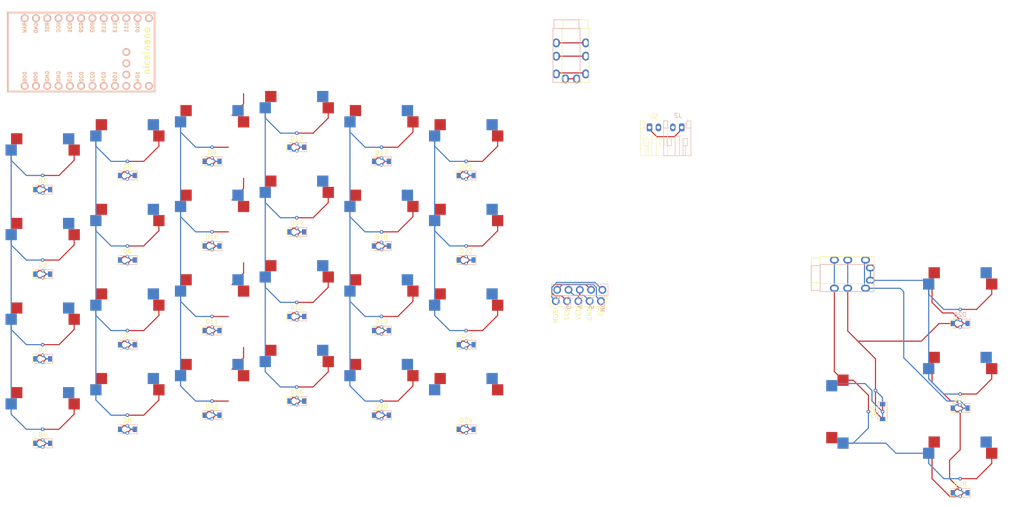
<source format=kicad_pcb>
(kicad_pcb (version 20211014) (generator pcbnew)
  (layers (0 "F.Cu" signal) (31 "B.Cu" signal) (34 "B.Paste" user) (35 "F.Paste" user) (36 "B.SilkS" user "B.Silkscreen") (37 "F.SilkS" user "F.Silkscreen") (38 "B.Mask" user) (39 "F.Mask" user) (44 "Edge.Cuts" user))
  (net 0 "")
  (net 1 "row_0")
  (net 2 "Net-(D1-Pad2)")
  (net 3 "row_1")
  (net 4 "Net-(D2-Pad2)")
  (net 5 "row_2")
  (net 6 "Net-(D3-Pad2)")
  (net 7 "row_3")
  (net 8 "Net-(D4-Pad2)")
  (net 9 "Net-(D5-Pad2)")
  (net 10 "Net-(D6-Pad2)")
  (net 11 "Net-(D7-Pad2)")
  (net 12 "Net-(D8-Pad2)")
  (net 13 "Net-(D9-Pad2)")
  (net 14 "Net-(D10-Pad2)")
  (net 15 "Net-(D11-Pad2)")
  (net 16 "Net-(D12-Pad2)")
  (net 17 "Net-(D13-Pad2)")
  (net 18 "Net-(D14-Pad2)")
  (net 19 "Net-(D15-Pad2)")
  (net 20 "Net-(D16-Pad2)")
  (net 21 "Net-(D17-Pad2)")
  (net 22 "Net-(D18-Pad2)")
  (net 23 "Net-(D19-Pad2)")
  (net 24 "Net-(D20-Pad2)")
  (net 25 "Net-(D21-Pad2)")
  (net 26 "Net-(D22-Pad2)")
  (net 27 "Net-(D23-Pad2)")
  (net 28 "thr_0")
  (net 29 "thr_1")
  (net 30 "Net-(D25-Pad2)")
  (net 31 "Net-(D26-Pad2)")
  (net 32 "Net-(D27-Pad2)")
  (net 33 "Net-(D28-Pad2)")
  (net 34 "col_5")
  (net 35 "col_6")
  (net 36 "col_7")
  (net 37 "thc_6")
  (net 38 "thc_7")
  (net 39 "col_0")
  (net 40 "col_1")
  (net 41 "col_2")
  (net 42 "col_3")
  (net 43 "col_4")
  (net 47 "mosi")
  (net 48 "sck")
  (net 50 "vcc")
  (net 53 "gnd")
  (net 54 "cs")
  (net 55 "bat+")
  (net 56 "Net-(MX24-Pad2)")
  (footprint "MX_Only:MXOnly-1U-Hotswap" (layer "F.Cu") (at 103.98125 97.63125)
    (fp_text reference "MX15")
    (fp_text value "MX-NoLED")
  )
  (footprint "modified_footprints:D_SOD-123_reversible" (layer "F.Cu") (at 253.20625 143.66875)
    (fp_text reference "D28")
    (fp_text value "D_Small")
  )
  (footprint "MX_Only:MXOnly-1U-Hotswap" (layer "F.Cu") (at 65.88125 103.98125)
    (fp_text reference "MX7")
    (fp_text value "MX-NoLED")
  )
  (footprint "modified_footprints:D_SOD-123_reversible" (layer "F.Cu") (at 46.83125 113.50625)
    (fp_text reference "D3")
    (fp_text value "D_Small")
  )
  (footprint "MX_Only:MXOnly-1U-Hotswap" (layer "F.Cu") (at 142.08125 65.88125)
    (fp_text reference "MX21")
    (fp_text value "MX-NoLED")
  )
  (footprint "modified_footprints:D_SOD-123_reversible" (layer "F.Cu") (at 253.20625 124.61875)
    (fp_text reference "D27")
    (fp_text value "D_Small")
  )
  (footprint "modified_footprints:D_SOD-123_reversible" (layer "F.Cu") (at 103.98125 65.88125)
    (fp_text reference "D13")
    (fp_text value "D_Small")
  )
  (footprint "MX_Only:MXOnly-1U-Hotswap" (layer "F.Cu") (at 46.83125 126.20625)
    (fp_text reference "MX4")
    (fp_text value "MX-NoLED")
  )
  (footprint "modified_footprints:D_SOD-123_reversible" (layer "F.Cu") (at 65.88125 91.28125)
    (fp_text reference "D6")
    (fp_text value "D_Small")
  )
  (footprint "modified_footprints:D_SOD-123_reversible" (layer "F.Cu") (at 123.03125 69.05625)
    (fp_text reference "D17")
    (fp_text value "D_Small")
  )
  (footprint "modified_footprints:D_SOD-123_reversible" (layer "F.Cu") (at 103.98125 84.93125)
    (fp_text reference "D14")
    (fp_text value "D_Small")
  )
  (footprint "modified_footprints:D_SOD-123_reversible" (layer "F.Cu") (at 142.08125 129.38125)
    (fp_text reference "D24")
    (fp_text value "D_Small")
  )
  (footprint "modified_footprints:D_SOD-123_reversible" (layer "F.Cu") (at 65.88125 110.33125)
    (fp_text reference "D7")
    (fp_text value "D_Small")
  )
  (footprint "MX_Only:MXOnly-1U-Hotswap" (layer "F.Cu") (at 84.93125 62.70625)
    (fp_text reference "MX9")
    (fp_text value "MX-NoLED")
  )
  (footprint "modified_footprints:D_SOD-123_reversible" (layer "F.Cu") (at 46.83125 75.40625)
    (fp_text reference "D1")
    (fp_text value "D_Small")
  )
  (footprint "modified_footprints:D_SOD-123_reversible" (layer "F.Cu") (at 123.03125 107.15625)
    (fp_text reference "D19")
    (fp_text value "D_Small")
  )
  (footprint "modified_footprints:D_SOD-123_reversible" (layer "F.Cu") (at 123.03125 126.20625)
    (fp_text reference "D20")
    (fp_text value "D_Small")
  )
  (footprint "MX_Only:MXOnly-1U-Hotswap" (layer "F.Cu") (at 123.03125 81.75625)
    (fp_text reference "MX18")
    (fp_text value "MX-NoLED")
  )
  (footprint "Connector_JST:JST_PH_S2B-PH-K_1x02_P2.00mm_Horizontal" (layer "F.Cu") (at 184.22425 64.39875)
    (fp_text reference "J2")
    (fp_text value "Conn_01x02_Male")
  )
  (footprint "MX_Only:MXOnly-2.25U-Hotswap" (layer "F.Cu") (at 229.39375 125.4125 90)
    (fp_text reference "MX25")
    (fp_text value "MX-NoLED")
  )
  (footprint "modified_footprints:D_SOD-123_reversible" (layer "F.Cu") (at 84.93125 107.15625)
    (fp_text reference "D11")
    (fp_text value "D_Small")
  )
  (footprint "MX_Only:MXOnly-1U-Hotswap" (layer "F.Cu") (at 84.93125 81.75625)
    (fp_text reference "MX10")
    (fp_text value "MX-NoLED")
  )
  (footprint "modified_footprints:D_SOD-123_reversible" (layer "F.Cu") (at 142.08125 110.33125)
    (fp_text reference "D23")
    (fp_text value "D_Small")
  )
  (footprint "modified_footprints:D_SOD-123_reversible" (layer "F.Cu") (at 103.98125 103.98125)
    (fp_text reference "D15")
    (fp_text value "D_Small")
  )
  (footprint "modified_footprints:D_SOD-123_reversible" (layer "F.Cu") (at 84.93125 88.10625)
    (fp_text reference "D10")
    (fp_text value "D_Small")
  )
  (footprint "modified_footprints:D_SOD-123_reversible" (layer "F.Cu") (at 103.98125 123.03125)
    (fp_text reference "D16")
    (fp_text value "D_Small")
  )
  (footprint "modified_footprints:nice_view_adapted" (layer "F.Cu") (at 167.46325 84.04)
    (fp_text reference "J1")
    (fp_text value "Conn_01x05_Female" hide)
  )
  (footprint "nice-nano-kicad:nice_nano" (layer "F.Cu") (at 56.7555 44.45)
    (fp_text reference "U1" hide)
    (fp_text value "nice_nano" hide)
  )
  (footprint "MX_Only:MXOnly-1U-Hotswap" (layer "F.Cu") (at 46.83125 107.15625)
    (fp_text reference "MX3")
    (fp_text value "MX-NoLED")
  )
  (footprint "MX_Only:MXOnly-1.5U-Hotswap" (layer "F.Cu") (at 253.20625 99.21875)
    (fp_text reference "MX26")
    (fp_text value "MX-NoLED")
  )
  (footprint "modified_footprints:D_SOD-123_reversible" (layer "F.Cu") (at 46.83125 132.55625)
    (fp_text reference "D4")
    (fp_text value "D_Small")
  )
  (footprint "MX_Only:MXOnly-1U-Hotswap" (layer "F.Cu") (at 103.98125 78.58125)
    (fp_text reference "MX14")
    (fp_text value "MX-NoLED")
  )
  (footprint "MX_Only:MXOnly-1U-Hotswap" (layer "F.Cu") (at 103.98125 59.53125)
    (fp_text reference "MX13")
    (fp_text value "MX-NoLED")
  )
  (footprint "MX_Only:MXOnly-1U-Hotswap" (layer "F.Cu") (at 46.83125 88.10625)
    (fp_text reference "MX2")
    (fp_text value "MX-NoLED")
  )
  (footprint "MX_Only:MXOnly-1U-Hotswap" (layer "F.Cu") (at 123.03125 119.85625)
    (fp_text reference "MX20")
    (fp_text value "MX-NoLED")
  )
  (footprint "MX_Only:MXOnly-1U-Hotswap" (layer "F.Cu") (at 142.08125 123.03125)
    (fp_text reference "MX24")
    (fp_text value "MX-NoLED")
  )
  (footprint "modified_footprints:D_SOD-123_reversible" (layer "F.Cu") (at 142.08125 91.28125)
    (fp_text reference "D22")
    (fp_text value "D_Small")
  )
  (footprint "MX_Only:MXOnly-1U-Hotswap" (layer "F.Cu") (at 65.88125 84.93125)
    (fp_text reference "MX6")
    (fp_text value "MX-NoLED")
  )
  (footprint "Keebio-Parts:TRRS-PJ-320A" (layer "F.Cu") (at 221.86875 93.55325 90)
    (fp_text reference "U3")
    (fp_text value "TRRS")
  )
  (footprint "MX_Only:MXOnly-1U-Hotswap" (layer "F.Cu") (at 123.03125 62.70625)
    (fp_text reference "MX17")
    (fp_text value "MX-NoLED")
  )
  (footprint "MX_Only:MXOnly-1U-Hotswap" (layer "F.Cu") (at 123.03125 100.80625)
    (fp_text reference "MX19")
    (fp_text value "MX-NoLED")
  )
  (footprint "modified_footprints:D_SOD-123_reversible" (layer "F.Cu") (at 84.93125 69.05625)
    (fp_text reference "D9")
    (fp_text value "D_Small")
  )
  (footprint "MX_Only:MXOnly-1U-Hotswap" (layer "F.Cu") (at 84.93125 119.85625)
    (fp_text reference "MX12")
    (fp_text value "MX-NoLED")
  )
  (footprint "Keebio-Parts:TRRS-PJ-320A" (layer "F.Cu") (at 166.6875 39.3375)
    (fp_text reference "U2")
    (fp_text value "TRRS")
  )
  (footprint "MX_Only:MXOnly-1U-Hotswap" (layer "F.Cu") (at 65.88125 65.88125)
    (fp_text reference "MX5")
    (fp_text value "MX-NoLED")
  )
  (footprint "modified_footprints:D_SOD-123_reversible" (layer "F.Cu") (at 65.88125 129.38125)
    (fp_text reference "D8")
    (fp_text value "D_Small")
  )
  (footprint "MX_Only:MXOnly-1.5U-Hotswap" (layer "F.Cu") (at 253.20625 118.26875)
    (fp_text reference "MX27")
    (fp_text value "MX-NoLED")
  )
  (footprint "modified_footprints:D_SOD-123_reversible" (layer "F.Cu") (at 65.88125 72.23125)
    (fp_text reference "D5")
    (fp_text value "D_Small")
  )
  (footprint "modified_footprints:D_SOD-123_reversible" (layer "F.Cu") (at 46.83125 94.45625)
    (fp_text reference "D2")
    (fp_text value "D_Small")
  )
  (footprint "MX_Only:MXOnly-1.5U-Hotswap" (layer "F.Cu") (at 253.20625 137.31875)
    (fp_text reference "MX28")
    (fp_text value "MX-NoLED")
  )
  (footprint "MX_Only:MXOnly-1U-Hotswap" (layer "F.Cu") (at 142.08125 103.98125)
    (fp_text reference "MX23")
    (fp_text value "MX-NoLED")
  )
  (footprint "modified_footprints:D_SOD-123_reversible" (layer "F.Cu") (at 235.74375 125.4125 90)
    (fp_text reference "D25")
    (fp_text value "D_Small")
  )
  (footprint "MX_Only:MXOnly-1U-Hotswap" (layer "F.Cu") (at 46.83125 69.05625)
    (fp_text reference "MX1")
    (fp_text value "MX-NoLED")
  )
  (footprint "modified_footprints:D_SOD-123_reversible" (layer "F.Cu") (at 142.08125 72.23125)
    (fp_text reference "D21")
    (fp_text value "D_Small")
  )
  (footprint "MX_Only:MXOnly-1U-Hotswap" (layer "F.Cu") (at 84.93125 100.80625)
    (fp_text reference "MX11")
    (fp_text value "MX-NoLED")
  )
  (footprint "MX_Only:MXOnly-1U-Hotswap" (layer "F.Cu") (at 142.08125 84.93125)
    (fp_text reference "MX22")
    (fp_text value "MX-NoLED")
  )
  (footprint "MX_Only:MXOnly-1U-Hotswap" (layer "F.Cu") (at 103.98125 116.68125)
    (fp_text reference "MX16")
    (fp_text value "MX-NoLED")
  )
  (footprint "modified_footprints:D_SOD-123_reversible" (layer "F.Cu") (at 84.93125 126.20625)
    (fp_text reference "D12")
    (fp_text value "D_Small")
  )
  (footprint "modified_footprints:D_SOD-123_reversible" (layer "F.Cu") (at 123.03125 88.10625)
    (fp_text reference "D18")
    (fp_text value "D_Small")
  )
  (footprint "MX_Only:MXOnly-1U-Hotswap" (layer "F.Cu") (at 65.88125 123.03125)
    (fp_text reference "MX8")
    (fp_text value "MX-NoLED")
  )
  (footprint "MX_Only:MXOnly-1U-Hotswap" (layer "B.Cu") (at 142.08125 84.93125 180)
    (fp_text reference "MX22")
    (fp_text value "MX-NoLED")
  )
  (footprint "MX_Only:MXOnly-1U-Hotswap" (layer "B.Cu") (at 65.88125 84.93125 180)
    (fp_text reference "MX6")
    (fp_text value "MX-NoLED")
  )
  (footprint "MX_Only:MXOnly-1U-Hotswap" (layer "B.Cu") (at 65.88125 103.98125 180)
    (fp_text reference "MX7")
    (fp_text value "MX-NoLED")
  )
  (footprint "MX_Only:MXOnly-1U-Hotswap" (layer "B.Cu") (at 46.83125 88.10625 180)
    (fp_text reference "MX2")
    (fp_text value "MX-NoLED")
  )
  (footprint "MX_Only:MXOnly-1U-Hotswap" (layer "B.Cu") (at 84.93125 81.75625 180)
    (fp_text reference "MX10")
    (fp_text value "MX-NoLED")
  )
  (footprint "MX_Only:MXOnly-1U-Hotswap" (layer "B.Cu") (at 46.83125 69.05625 180)
    (fp_text reference "MX1")
    (fp_text value "MX-NoLED")
  )
  (footprint "MX_Only:MXOnly-1U-Hotswap" (layer "B.Cu") (at 103.98125 116.68125 180)
    (fp_text reference "MX16")
    (fp_text value "MX-NoLED")
  )
  (footprint "MX_Only:MXOnly-1U-Hotswap" (layer "B.Cu") (at 142.08125 103.98125 180)
    (fp_text reference "MX23")
    (fp_text value "MX-NoLED")
  )
  (footprint "MX_Only:MXOnly-1U-Hotswap" (layer "B.Cu") (at 123.03125 100.80625 180)
    (fp_text reference "MX19")
    (fp_text value "MX-NoLED")
  )
  (footprint "MX_Only:MXOnly-1U-Hotswap" (layer "B.Cu") (at 103.98125 59.53125 180)
    (fp_text reference "MX13")
    (fp_text value "MX-NoLED")
  )
  (footprint "MX_Only:MXOnly-1U-Hotswap" (layer "B.Cu") (at 84.93125 100.80625 180)
    (fp_text reference "MX11")
    (fp_text value "MX-NoLED")
  )
  (footprint "MX_Only:MXOnly-1U-Hotswap" (layer "B.Cu") (at 46.83125 107.15625 180)
    (fp_text reference "MX3")
    (fp_text value "MX-NoLED")
  )
  (footprint "MX_Only:MXOnly-1U-Hotswap" (layer "B.Cu") (at 65.88125 65.88125 180)
    (fp_text reference "MX5")
    (fp_text value "MX-NoLED")
  )
  (footprint "MX_Only:MXOnly-1U-Hotswap" (layer "B.Cu") (at 103.98125 78.58125 180)
    (fp_text reference "MX14")
    (fp_text value "MX-NoLED")
  )
  (footprint "MX_Only:MXOnly-1U-Hotswap" (layer "B.Cu") (at 123.03125 81.75625 180)
    (fp_text reference "MX18")
    (fp_text value "MX-NoLED")
  )
  (footprint "MX_Only:MXOnly-1U-Hotswap" (layer "B.Cu") (at 84.93125 119.85625 180)
    (fp_text reference "MX12")
    (fp_text value "MX-NoLED")
  )
  (footprint "MX_Only:MXOnly-1U-Hotswap" (layer "B.Cu") (at 46.83125 126.20625 180)
    (fp_text reference "MX4")
    (fp_text value "MX-NoLED")
  )
  (footprint "MX_Only:MXOnly-1U-Hotswap" (layer "B.Cu") (at 65.88125 123.03125 180)
    (fp_text reference "MX8")
    (fp_text value "MX-NoLED")
  )
  (footprint "MX_Only:MXOnly-1U-Hotswap" (layer "B.Cu") (at 123.03125 119.85625 180)
    (fp_text reference "MX20")
    (fp_text value "MX-NoLED")
  )
  (footprint "MX_Only:MXOnly-1U-Hotswap" (layer "B.Cu") (at 84.93125 62.70625 180)
    (fp_text reference "MX9")
    (fp_text value "MX-NoLED")
  )
  (footprint "MX_Only:MXOnly-1U-Hotswap" (layer "B.Cu") (at 142.08125 65.88125 180)
    (fp_text reference "MX21")
    (fp_text value "MX-NoLED")
  )
  (footprint "modified_footprints:D_SOD-123_reversible" (layer "B.Cu") (at 253.20625 105.56875 180)
    (fp_text reference "D26")
    (fp_text value "D_Small")
  )
  (footprint "MX_Only:MXOnly-1U-Hotswap" (layer "B.Cu") (at 123.03125 62.70625 180)
    (fp_text reference "MX17")
    (fp_text value "MX-NoLED")
  )
  (footprint "MX_Only:MXOnly-1U-Hotswap" (layer "B.Cu") (at 103.98125 97.63125 180)
    (fp_text reference "MX15")
    (fp_text value "MX-NoLED")
  )
  (gr_text "J2\n" (at 189.70625 58.7375) (layer "B.SilkS") (effects (font (size 1 1)) (justify mirror)))
  (segment (start 123.03125 68.2625) (end 122.175 68.2625) (width 0.25) (layer "F.Cu") (net 1))
  (segment (start 84.93125 68.2625) (end 84.075 68.2625) (width 0.25) (layer "F.Cu") (net 1))
  (segment (start 65.025 71.4375) (end 64.23125 72.23125) (width 0.25) (layer "F.Cu") (net 1))
  (segment (start 142.08125 71.4375) (end 141.225 71.4375) (width 0.25) (layer "F.Cu") (net 1))
  (segment (start 84.075 68.2625) (end 83.28125 69.05625) (width 0.25) (layer "F.Cu") (net 1))
  (segment (start 141.225 71.4375) (end 140.43125 72.23125) (width 0.25) (layer "F.Cu") (net 1))
  (segment (start 46.83125 74.6125) (end 45.975 74.6125) (width 0.25) (layer "F.Cu") (net 1))
  (segment (start 65.88125 71.4375) (end 65.025 71.4375) (width 0.25) (layer "F.Cu") (net 1))
  (segment (start 103.98125 65.0875) (end 103.125 65.0875) (width 0.25) (layer "F.Cu") (net 1))
  (segment (start 122.175 68.2625) (end 121.38125 69.05625) (width 0.25) (layer "F.Cu") (net 1))
  (segment (start 45.975 74.6125) (end 45.18125 75.40625) (width 0.25) (layer "F.Cu") (net 1))
  (segment (start 103.125 65.0875) (end 102.33125 65.88125) (width 0.25) (layer "F.Cu") (net 1))
  (segment (start 162.3535 45.3755) (end 168.9855 45.3755) (width 0.25) (layer "F.Cu") (net 1))
  (via (at 65.88125 71.4375) (size 0.8) (drill 0.4) (layers "F.Cu" "B.Cu") (net 1))
  (via (at 103.98125 65.0875) (size 0.8) (drill 0.4) (layers "F.Cu" "B.Cu") (net 1))
  (via (at 84.93125 68.2625) (size 0.8) (drill 0.4) (layers "F.Cu" "B.Cu") (net 1))
  (via (at 46.83125 74.6125) (size 0.8) (drill 0.4) (layers "F.Cu" "B.Cu") (net 1))
  (via (at 123.03125 68.2625) (size 0.8) (drill 0.4) (layers "F.Cu" "B.Cu") (net 1))
  (via (at 142.08125 71.4375) (size 0.8) (drill 0.4) (layers "F.Cu" "B.Cu") (net 1))
  (segment (start 142.875 72.23125) (end 142.08125 71.4375) (width 0.25) (layer "B.Cu") (net 1))
  (segment (start 67.53125 72.23125) (end 66.675 72.23125) (width 0.25) (layer "B.Cu") (net 1))
  (segment (start 86.58125 69.05625) (end 85.725 69.05625) (width 0.25) (layer "B.Cu") (net 1))
  (segment (start 47.625 75.40625) (end 46.83125 74.6125) (width 0.25) (layer "B.Cu") (net 1))
  (segment (start 124.68125 69.05625) (end 123.825 69.05625) (width 0.25) (layer "B.Cu") (net 1))
  (segment (start 143.73125 72.23125) (end 142.875 72.23125) (width 0.25) (layer "B.Cu") (net 1))
  (segment (start 66.675 72.23125) (end 65.88125 71.4375) (width 0.25) (layer "B.Cu") (net 1))
  (segment (start 105.63125 65.88125) (end 104.775 65.88125) (width 0.25) (layer "B.Cu") (net 1))
  (segment (start 104.775 65.88125) (end 103.98125 65.0875) (width 0.25) (layer "B.Cu") (net 1))
  (segment (start 85.725 69.05625) (end 84.93125 68.2625) (width 0.25) (layer "B.Cu") (net 1))
  (segment (start 123.825 69.05625) (end 123.03125 68.2625) (width 0.25) (layer "B.Cu") (net 1))
  (segment (start 48.48125 75.40625) (end 47.625 75.40625) (width 0.25) (layer "B.Cu") (net 1))
  (segment (start 48.48125 75.40625) (end 47.625 75.40625) (width 0.25) (layer "F.Cu") (net 2))
  (segment (start 47.625 75.40625) (end 46.83125 76.2) (width 0.25) (layer "F.Cu") (net 2))
  (via (at 46.83125 76.2) (size 0.8) (drill 0.4) (layers "F.Cu" "B.Cu") (net 2))
  (segment (start 45.975 76.2) (end 45.18125 75.40625) (width 0.25) (layer "B.Cu") (net 2))
  (segment (start 46.83125 76.2) (end 45.975 76.2) (width 0.25) (layer "B.Cu") (net 2))
  (segment (start 46.83125 93.6625) (end 45.975 93.6625) (width 0.25) (layer "F.Cu") (net 3))
  (segment (start 142.08125 90.4875) (end 141.225 90.4875) (width 0.25) (layer "F.Cu") (net 3))
  (segment (start 162.57802 49.15098) (end 168.76098 49.15098) (width 0.25) (layer "F.Cu") (net 3))
  (segment (start 168.76098 49.15098) (end 168.9855 49.3755) (width 0.25) (layer "F.Cu") (net 3))
  (segment (start 103.98125 84.1375) (end 103.125 84.1375) (width 0.25) (layer "F.Cu") (net 3))
  (segment (start 103.125 84.1375) (end 102.33125 84.93125) (width 0.25) (layer "F.Cu") (net 3))
  (segment (start 84.93125 87.3125) (end 84.075 87.3125) (width 0.25) (layer "F.Cu") (net 3))
  (segment (start 65.025 90.4875) (end 64.23125 91.28125) (width 0.25) (layer "F.Cu") (net 3))
  (segment (start 141.225 90.4875) (end 140.43125 91.28125) (width 0.25) (layer "F.Cu") (net 3))
  (segment (start 84.075 87.3125) (end 83.28125 88.10625) (width 0.25) (layer "F.Cu") (net 3))
  (segment (start 122.175 87.3125) (end 121.38125 88.10625) (width 0.25) (layer "F.Cu") (net 3))
  (segment (start 45.975 93.6625) (end 45.18125 94.45625) (width 0.25) (layer "F.Cu") (net 3))
  (segment (start 123.03125 87.3125) (end 122.175 87.3125) (width 0.25) (layer "F.Cu") (net 3))
  (segment (start 162.3535 49.3755) (end 162.57802 49.15098) (width 0.25) (layer "F.Cu") (net 3))
  (segment (start 65.88125 90.4875) (end 65.025 90.4875) (width 0.25) (layer "F.Cu") (net 3))
  (via (at 142.08125 90.4875) (size 0.8) (drill 0.4) (layers "F.Cu" "B.Cu") (net 3))
  (via (at 103.98125 84.1375) (size 0.8) (drill 0.4) (layers "F.Cu" "B.Cu") (net 3))
  (via (at 84.93125 87.3125) (size 0.8) (drill 0.4) (layers "F.Cu" "B.Cu") (net 3))
  (via (at 46.83125 93.6625) (size 0.8) (drill 0.4) (layers "F.Cu" "B.Cu") (net 3))
  (via (at 123.03125 87.3125) (size 0.8) (drill 0.4) (layers "F.Cu" "B.Cu") (net 3))
  (via (at 65.88125 90.4875) (size 0.8) (drill 0.4) (layers "F.Cu" "B.Cu") (net 3))
  (segment (start 105.63125 84.93125) (end 104.775 84.93125) (width 0.25) (layer "B.Cu") (net 3))
  (segment (start 66.675 91.28125) (end 65.88125 90.4875) (width 0.25) (layer "B.Cu") (net 3))
  (segment (start 142.875 91.28125) (end 142.08125 90.4875) (width 0.25) (layer "B.Cu") (net 3))
  (segment (start 48.48125 94.45625) (end 47.625 94.45625) (width 0.25) (layer "B.Cu") (net 3))
  (segment (start 86.58125 88.10625) (end 85.725 88.10625) (width 0.25) (layer "B.Cu") (net 3))
  (segment (start 104.775 84.93125) (end 103.98125 84.1375) (width 0.25) (layer "B.Cu") (net 3))
  (segment (start 124.68125 88.10625) (end 123.825 88.10625) (width 0.25) (layer "B.Cu") (net 3))
  (segment (start 67.53125 91.28125) (end 66.675 91.28125) (width 0.25) (layer "B.Cu") (net 3))
  (segment (start 47.625 94.45625) (end 46.83125 93.6625) (width 0.25) (layer "B.Cu") (net 3))
  (segment (start 143.73125 91.28125) (end 142.875 91.28125) (width 0.25) (layer "B.Cu") (net 3))
  (segment (start 85.725 88.10625) (end 84.93125 87.3125) (width 0.25) (layer "B.Cu") (net 3))
  (segment (start 123.825 88.10625) (end 123.03125 87.3125) (width 0.25) (layer "B.Cu") (net 3))
  (segment (start 48.48125 94.45625) (end 47.625 94.45625) (width 0.25) (layer "F.Cu") (net 4))
  (segment (start 47.625 94.45625) (end 46.83125 95.25) (width 0.25) (layer "F.Cu") (net 4))
  (via (at 46.83125 95.25) (size 0.8) (drill 0.4) (layers "F.Cu" "B.Cu") (net 4))
  (segment (start 45.975 95.25) (end 45.18125 94.45625) (width 0.25) (layer "B.Cu") (net 4))
  (segment (start 46.83125 95.25) (end 45.975 95.25) (width 0.25) (layer "B.Cu") (net 4))
  (segment (start 142.08125 109.5375) (end 141.225 109.5375) (width 0.25) (layer "F.Cu") (net 5))
  (segment (start 103.125 103.1875) (end 102.33125 103.98125) (width 0.25) (layer "F.Cu") (net 5))
  (segment (start 84.93125 106.3625) (end 84.075 106.3625) (width 0.25) (layer "F.Cu") (net 5))
  (segment (start 84.075 106.3625) (end 83.28125 107.15625) (width 0.25) (layer "F.Cu") (net 5))
  (segment (start 122.175 106.3625) (end 121.38125 107.15625) (width 0.25) (layer "F.Cu") (net 5))
  (segment (start 46.83125 112.7125) (end 45.975 112.7125) (width 0.25) (layer "F.Cu") (net 5))
  (segment (start 45.975 112.7125) (end 45.18125 113.50625) (width 0.25) (layer "F.Cu") (net 5))
  (segment (start 65.025 109.5375) (end 64.23125 110.33125) (width 0.25) (layer "F.Cu") (net 5))
  (segment (start 123.03125 106.3625) (end 122.175 106.3625) (width 0.25) (layer "F.Cu") (net 5))
  (segment (start 103.98125 103.1875) (end 103.125 103.1875) (width 0.25) (layer "F.Cu") (net 5))
  (segment (start 141.225 109.5375) (end 140.43125 110.33125) (width 0.25) (layer "F.Cu") (net 5))
  (segment (start 65.88125 109.5375) (end 65.025 109.5375) (width 0.25) (layer "F.Cu") (net 5))
  (via (at 65.88125 109.5375) (size 0.8) (drill 0.4) (layers "F.Cu" "B.Cu") (net 5))
  (via (at 103.98125 103.1875) (size 0.8) (drill 0.4) (layers "F.Cu" "B.Cu") (net 5))
  (via (at 142.08125 109.5375) (size 0.8) (drill 0.4) (layers "F.Cu" "B.Cu") (net 5))
  (via (at 46.83125 112.7125) (size 0.8) (drill 0.4) (layers "F.Cu" "B.Cu") (net 5))
  (via (at 123.03125 106.3625) (size 0.8) (drill 0.4) (layers "F.Cu" "B.Cu") (net 5))
  (via (at 84.93125 106.3625) (size 0.8) (drill 0.4) (layers "F.Cu" "B.Cu") (net 5))
  (segment (start 142.875 110.33125) (end 142.08125 109.5375) (width 0.25) (layer "B.Cu") (net 5))
  (segment (start 123.825 107.15625) (end 123.03125 106.3625) (width 0.25) (layer "B.Cu") (net 5))
  (segment (start 67.53125 110.33125) (end 66.675 110.33125) (width 0.25) (layer "B.Cu") (net 5))
  (segment (start 143.73125 110.33125) (end 142.875 110.33125) (width 0.25) (layer "B.Cu") (net 5))
  (segment (start 66.675 110.33125) (end 65.88125 109.5375) (width 0.25) (layer "B.Cu") (net 5))
  (segment (start 48.48125 113.50625) (end 47.625 113.50625) (width 0.25) (layer "B.Cu") (net 5))
  (segment (start 124.68125 107.15625) (end 123.825 107.15625) (width 0.25) (layer "B.Cu") (net 5))
  (segment (start 47.625 113.50625) (end 46.83125 112.7125) (width 0.25) (layer "B.Cu") (net 5))
  (segment (start 86.58125 107.15625) (end 85.725 107.15625) (width 0.25) (layer "B.Cu") (net 5))
  (segment (start 105.63125 103.98125) (end 104.775 103.98125) (width 0.25) (layer "B.Cu") (net 5))
  (segment (start 85.725 107.15625) (end 84.93125 106.3625) (width 0.25) (layer "B.Cu") (net 5))
  (segment (start 104.775 103.98125) (end 103.98125 103.1875) (width 0.25) (layer "B.Cu") (net 5))
  (segment (start 47.625 113.50625) (end 46.83125 114.3) (width 0.25) (layer "F.Cu") (net 6))
  (segment (start 48.48125 113.50625) (end 47.625 113.50625) (width 0.25) (layer "F.Cu") (net 6))
  (via (at 46.83125 114.3) (size 0.8) (drill 0.4) (layers "F.Cu" "B.Cu") (net 6))
  (segment (start 46.83125 114.3) (end 45.975 114.3) (width 0.25) (layer "B.Cu") (net 6))
  (segment (start 45.975 114.3) (end 45.18125 113.50625) (width 0.25) (layer "B.Cu") (net 6))
  (segment (start 45.975 131.7625) (end 45.18125 132.55625) (width 0.25) (layer "F.Cu") (net 7))
  (segment (start 65.88125 128.5875) (end 65.025 128.5875) (width 0.25) (layer "F.Cu") (net 7))
  (segment (start 141.225 130.175) (end 140.43125 129.38125) (width 0.25) (layer "F.Cu") (net 7))
  (segment (start 65.025 128.5875) (end 64.23125 129.38125) (width 0.25) (layer "F.Cu") (net 7))
  (segment (start 123.03125 125.4125) (end 122.175 125.4125) (width 0.25) (layer "F.Cu") (net 7))
  (segment (start 46.83125 131.7625) (end 45.975 131.7625) (width 0.25) (layer "F.Cu") (net 7))
  (segment (start 142.08125 130.175) (end 141.225 130.175) (width 0.25) (layer "F.Cu") (net 7))
  (segment (start 84.93125 125.4125) (end 84.075 125.4125) (width 0.25) (layer "F.Cu") (net 7))
  (segment (start 84.075 125.4125) (end 83.28125 126.20625) (width 0.25) (layer "F.Cu") (net 7))
  (segment (start 103.125 122.2375) (end 102.33125 123.03125) (width 0.25) (layer "F.Cu") (net 7))
  (segment (start 103.98125 122.2375) (end 103.125 122.2375) (width 0.25) (layer "F.Cu") (net 7))
  (segment (start 122.175 125.4125) (end 121.38125 126.20625) (width 0.25) (layer "F.Cu") (net 7))
  (via (at 123.03125 125.4125) (size 0.8) (drill 0.4) (layers "F.Cu" "B.Cu") (net 7))
  (via (at 46.83125 131.7625) (size 0.8) (drill 0.4) (layers "F.Cu" "B.Cu") (net 7))
  (via (at 142.08125 130.175) (size 0.8) (drill 0.4) (layers "F.Cu" "B.Cu") (net 7))
  (via (at 84.93125 125.4125) (size 0.8) (drill 0.4) (layers "F.Cu" "B.Cu") (net 7))
  (via (at 103.98125 122.2375) (size 0.8) (drill 0.4) (layers "F.Cu" "B.Cu") (net 7))
  (via (at 65.88125 128.5875) (size 0.8) (drill 0.4) (layers "F.Cu" "B.Cu") (net 7))
  (segment (start 105.63125 123.03125) (end 104.775 123.03125) (width 0.25) (layer "B.Cu") (net 7))
  (segment (start 142.875 129.38125) (end 142.08125 130.175) (width 0.25) (layer "B.Cu") (net 7))
  (segment (start 48.48125 132.55625) (end 47.625 132.55625) (width 0.25) (layer "B.Cu") (net 7))
  (segment (start 85.725 126.20625) (end 84.93125 125.4125) (width 0.25) (layer "B.Cu") (net 7))
  (segment (start 104.775 123.03125) (end 103.98125 122.2375) (width 0.25) (layer "B.Cu") (net 7))
  (segment (start 124.68125 126.20625) (end 123.825 126.20625) (width 0.25) (layer "B.Cu") (net 7))
  (segment (start 66.675 129.38125) (end 65.88125 128.5875) (width 0.25) (layer "B.Cu") (net 7))
  (segment (start 67.53125 129.38125) (end 66.675 129.38125) (width 0.25) (layer "B.Cu") (net 7))
  (segment (start 123.825 126.20625) (end 123.03125 125.4125) (width 0.25) (layer "B.Cu") (net 7))
  (segment (start 86.58125 126.20625) (end 85.725 126.20625) (width 0.25) (layer "B.Cu") (net 7))
  (segment (start 143.73125 129.38125) (end 142.875 129.38125) (width 0.25) (layer "B.Cu") (net 7))
  (segment (start 47.625 132.55625) (end 46.83125 131.7625) (width 0.25) (layer "B.Cu") (net 7))
  (segment (start 47.625 132.55625) (end 46.83125 133.35) (width 0.25) (layer "F.Cu") (net 8))
  (segment (start 48.48125 132.55625) (end 47.625 132.55625) (width 0.25) (layer "F.Cu") (net 8))
  (via (at 46.83125 133.35) (size 0.8) (drill 0.4) (layers "F.Cu" "B.Cu") (net 8))
  (segment (start 46.83125 133.35) (end 45.975 133.35) (width 0.25) (layer "B.Cu") (net 8))
  (segment (start 45.975 133.35) (end 45.18125 132.55625) (width 0.25) (layer "B.Cu") (net 8))
  (segment (start 67.53125 72.23125) (end 66.675 72.23125) (width 0.25) (layer "F.Cu") (net 9))
  (segment (start 66.675 72.23125) (end 65.88125 73.025) (width 0.25) (layer "F.Cu") (net 9))
  (via (at 65.88125 73.025) (size 0.8) (drill 0.4) (layers "F.Cu" "B.Cu") (net 9))
  (segment (start 65.88125 73.025) (end 65.025 73.025) (width 0.25) (layer "B.Cu") (net 9))
  (segment (start 65.025 73.025) (end 64.23125 72.23125) (width 0.25) (layer "B.Cu") (net 9))
  (segment (start 66.675 91.28125) (end 65.88125 92.075) (width 0.25) (layer "F.Cu") (net 10))
  (segment (start 67.53125 91.28125) (end 66.675 91.28125) (width 0.25) (layer "F.Cu") (net 10))
  (via (at 65.88125 92.075) (size 0.8) (drill 0.4) (layers "F.Cu" "B.Cu") (net 10))
  (segment (start 65.88125 92.075) (end 65.025 92.075) (width 0.25) (layer "B.Cu") (net 10))
  (segment (start 65.025 92.075) (end 64.23125 91.28125) (width 0.25) (layer "B.Cu") (net 10))
  (segment (start 67.53125 110.33125) (end 66.675 110.33125) (width 0.25) (layer "F.Cu") (net 11))
  (segment (start 66.675 110.33125) (end 65.88125 111.125) (width 0.25) (layer "F.Cu") (net 11))
  (via (at 65.88125 111.125) (size 0.8) (drill 0.4) (layers "F.Cu" "B.Cu") (net 11))
  (segment (start 65.88125 111.125) (end 65.025 111.125) (width 0.25) (layer "B.Cu") (net 11))
  (segment (start 65.025 111.125) (end 64.23125 110.33125) (width 0.25) (layer "B.Cu") (net 11))
  (segment (start 67.53125 129.38125) (end 66.675 129.38125) (width 0.25) (layer "F.Cu") (net 12))
  (segment (start 66.675 129.38125) (end 65.88125 130.175) (width 0.25) (layer "F.Cu") (net 12))
  (via (at 65.88125 130.175) (size 0.8) (drill 0.4) (layers "F.Cu" "B.Cu") (net 12))
  (segment (start 65.025 130.175) (end 64.23125 129.38125) (width 0.25) (layer "B.Cu") (net 12))
  (segment (start 65.88125 130.175) (end 65.025 130.175) (width 0.25) (layer "B.Cu") (net 12))
  (segment (start 85.725 69.05625) (end 84.93125 69.85) (width 0.25) (layer "F.Cu") (net 13))
  (segment (start 86.58125 69.05625) (end 85.725 69.05625) (width 0.25) (layer "F.Cu") (net 13))
  (via (at 84.93125 69.85) (size 0.8) (drill 0.4) (layers "F.Cu" "B.Cu") (net 13))
  (segment (start 84.93125 69.85) (end 84.075 69.85) (width 0.25) (layer "B.Cu") (net 13))
  (segment (start 84.075 69.85) (end 83.28125 69.05625) (width 0.25) (layer "B.Cu") (net 13))
  (segment (start 85.725 88.10625) (end 84.93125 88.9) (width 0.25) (layer "F.Cu") (net 14))
  (segment (start 86.58125 88.10625) (end 85.725 88.10625) (width 0.25) (layer "F.Cu") (net 14))
  (via (at 84.93125 88.9) (size 0.8) (drill 0.4) (layers "F.Cu" "B.Cu") (net 14))
  (segment (start 84.93125 88.9) (end 84.075 88.9) (width 0.25) (layer "B.Cu") (net 14))
  (segment (start 84.075 88.9) (end 83.28125 88.10625) (width 0.25) (layer "B.Cu") (net 14))
  (segment (start 85.725 107.15625) (end 84.93125 107.95) (width 0.25) (layer "F.Cu") (net 15))
  (segment (start 86.58125 107.15625) (end 85.725 107.15625) (width 0.25) (layer "F.Cu") (net 15))
  (via (at 84.93125 107.95) (size 0.8) (drill 0.4) (layers "F.Cu" "B.Cu") (net 15))
  (segment (start 84.93125 107.95) (end 84.075 107.95) (width 0.25) (layer "B.Cu") (net 15))
  (segment (start 84.075 107.95) (end 83.28125 107.15625) (width 0.25) (layer "B.Cu") (net 15))
  (segment (start 85.725 126.20625) (end 84.93125 127) (width 0.25) (layer "F.Cu") (net 16))
  (segment (start 86.58125 126.20625) (end 85.725 126.20625) (width 0.25) (layer "F.Cu") (net 16))
  (via (at 84.93125 127) (size 0.8) (drill 0.4) (layers "F.Cu" "B.Cu") (net 16))
  (segment (start 84.93125 127) (end 84.075 127) (width 0.25) (layer "B.Cu") (net 16))
  (segment (start 84.075 127) (end 83.28125 126.20625) (width 0.25) (layer "B.Cu") (net 16))
  (segment (start 104.775 65.88125) (end 103.98125 66.675) (width 0.25) (layer "F.Cu") (net 17))
  (segment (start 105.63125 65.88125) (end 104.775 65.88125) (width 0.25) (layer "F.Cu") (net 17))
  (via (at 103.98125 66.675) (size 0.8) (drill 0.4) (layers "F.Cu" "B.Cu") (net 17))
  (segment (start 103.125 66.675) (end 102.33125 65.88125) (width 0.25) (layer "B.Cu") (net 17))
  (segment (start 103.98125 66.675) (end 103.125 66.675) (width 0.25) (layer "B.Cu") (net 17))
  (segment (start 104.775 84.93125) (end 103.98125 85.725) (width 0.25) (layer "F.Cu") (net 18))
  (segment (start 105.63125 84.93125) (end 104.775 84.93125) (width 0.25) (layer "F.Cu") (net 18))
  (via (at 103.98125 85.725) (size 0.8) (drill 0.4) (layers "F.Cu" "B.Cu") (net 18))
  (segment (start 103.98125 85.725) (end 103.125 85.725) (width 0.25) (layer "B.Cu") (net 18))
  (segment (start 103.125 85.725) (end 102.33125 84.93125) (width 0.25) (layer "B.Cu") (net 18))
  (segment (start 104.775 103.98125) (end 103.98125 104.775) (width 0.25) (layer "F.Cu") (net 19))
  (segment (start 105.63125 103.98125) (end 104.775 103.98125) (width 0.25) (layer "F.Cu") (net 19))
  (via (at 103.98125 104.775) (size 0.8) (drill 0.4) (layers "F.Cu" "B.Cu") (net 19))
  (segment (start 103.98125 104.775) (end 103.125 104.775) (width 0.25) (layer "B.Cu") (net 19))
  (segment (start 103.125 104.775) (end 102.33125 103.98125) (width 0.25) (layer "B.Cu") (net 19))
  (segment (start 105.63125 123.03125) (end 104.775 123.03125) (width 0.25) (layer "F.Cu") (net 20))
  (segment (start 104.775 123.03125) (end 103.98125 123.825) (width 0.25) (layer "F.Cu") (net 20))
  (via (at 103.98125 123.825) (size 0.8) (drill 0.4) (layers "F.Cu" "B.Cu") (net 20))
  (segment (start 103.98125 123.825) (end 103.125 123.825) (width 0.25) (layer "B.Cu") (net 20))
  (segment (start 103.125 123.825) (end 102.33125 123.03125) (width 0.25) (layer "B.Cu") (net 20))
  (segment (start 124.68125 69.05625) (end 123.825 69.05625) (width 0.25) (layer "F.Cu") (net 21))
  (segment (start 123.825 69.05625) (end 123.03125 69.85) (width 0.25) (layer "F.Cu") (net 21))
  (via (at 123.03125 69.85) (size 0.8) (drill 0.4) (layers "F.Cu" "B.Cu") (net 21))
  (segment (start 122.175 69.85) (end 121.38125 69.05625) (width 0.25) (layer "B.Cu") (net 21))
  (segment (start 123.03125 69.85) (end 122.175 69.85) (width 0.25) (layer "B.Cu") (net 21))
  (segment (start 124.68125 88.10625) (end 123.825 88.10625) (width 0.25) (layer "F.Cu") (net 22))
  (segment (start 123.825 88.10625) (end 123.03125 88.9) (width 0.25) (layer "F.Cu") (net 22))
  (via (at 123.03125 88.9) (size 0.8) (drill 0.4) (layers "F.Cu" "B.Cu") (net 22))
  (segment (start 122.175 88.9) (end 121.38125 88.10625) (width 0.25) (layer "B.Cu") (net 22))
  (segment (start 123.03125 88.9) (end 122.175 88.9) (width 0.25) (layer "B.Cu") (net 22))
  (segment (start 124.68125 107.15625) (end 123.825 107.15625) (width 0.25) (layer "F.Cu") (net 23))
  (segment (start 123.825 107.15625) (end 123.03125 107.95) (width 0.25) (layer "F.Cu") (net 23))
  (via (at 123.03125 107.95) (size 0.8) (drill 0.4) (layers "F.Cu" "B.Cu") (net 23))
  (segment (start 122.175 107.95) (end 121.38125 107.15625) (width 0.25) (layer "B.Cu") (net 23))
  (segment (start 123.03125 107.95) (end 122.175 107.95) (width 0.25) (layer "B.Cu") (net 23))
  (segment (start 123.825 126.20625) (end 123.03125 127) (width 0.25) (layer "F.Cu") (net 24))
  (segment (start 124.68125 126.20625) (end 123.825 126.20625) (width 0.25) (layer "F.Cu") (net 24))
  (via (at 123.03125 127) (size 0.8) (drill 0.4) (layers "F.Cu" "B.Cu") (net 24))
  (segment (start 122.175 127) (end 121.38125 126.20625) (width 0.25) (layer "B.Cu") (net 24))
  (segment (start 123.03125 127) (end 122.175 127) (width 0.25) (layer "B.Cu") (net 24))
  (segment (start 142.875 72.23125) (end 142.08125 73.025) (width 0.25) (layer "F.Cu") (net 25))
  (segment (start 143.73125 72.23125) (end 142.875 72.23125) (width 0.25) (layer "F.Cu") (net 25))
  (via (at 142.08125 73.025) (size 0.8) (drill 0.4) (layers "F.Cu" "B.Cu") (net 25))
  (segment (start 141.225 73.025) (end 140.43125 72.23125) (width 0.25) (layer "B.Cu") (net 25))
  (segment (start 142.08125 73.025) (end 141.225 73.025) (width 0.25) (layer "B.Cu") (net 25))
  (segment (start 143.73125 91.28125) (end 142.875 91.28125) (width 0.25) (layer "F.Cu") (net 26))
  (segment (start 142.875 91.28125) (end 142.08125 92.075) (width 0.25) (layer "F.Cu") (net 26))
  (via (at 142.08125 92.075) (size 0.8) (drill 0.4) (layers "F.Cu" "B.Cu") (net 26))
  (segment (start 141.225 92.075) (end 140.43125 91.28125) (width 0.25) (layer "B.Cu") (net 26))
  (segment (start 142.08125 92.075) (end 141.225 92.075) (width 0.25) (layer "B.Cu") (net 26))
  (segment (start 143.73125 110.33125) (end 142.875 110.33125) (width 0.25) (layer "F.Cu") (net 27))
  (segment (start 142.875 110.33125) (end 142.08125 111.125) (width 0.25) (layer "F.Cu") (net 27))
  (via (at 142.08125 111.125) (size 0.8) (drill 0.4) (layers "F.Cu" "B.Cu") (net 27))
  (segment (start 141.225 111.125) (end 140.43125 110.33125) (width 0.25) (layer "B.Cu") (net 27))
  (segment (start 142.08125 111.125) (end 141.225 111.125) (width 0.25) (layer "B.Cu") (net 27))
  (segment (start 230.1875 109.5375) (end 244.475 109.5375) (width 0.25) (layer "F.Cu") (net 28))
  (segment (start 252.35 106.3625) (end 251.55625 105.56875) (width 0.25) (layer "F.Cu") (net 28))
  (segment (start 234.15625 125.475) (end 235.74375 127.0625) (width 0.25) (layer "F.Cu") (net 28))
  (segment (start 253.20625 106.3625) (end 252.35 106.3625) (width 0.25) (layer "F.Cu") (net 28))
  (segment (start 227.90675 97.63125) (end 227.90675 107.25675) (width 0.25) (layer "F.Cu") (net 28))
  (segment (start 234.15625 113.50625) (end 234.15625 120.65) (width 0.25) (layer "F.Cu") (net 28))
  (segment (start 234.15625 120.65) (end 234.15625 125.475) (width 0.25) (layer "F.Cu") (net 28))
  (segment (start 244.475 109.5375) (end 248.44375 105.56875) (width 0.25) (layer "F.Cu") (net 28))
  (segment (start 227.90675 107.25675) (end 230.1875 109.5375) (width 0.25) (layer "F.Cu") (net 28))
  (segment (start 248.44375 105.56875) (end 251.55625 105.56875) (width 0.25) (layer "F.Cu") (net 28))
  (segment (start 230.1875 109.5375) (end 234.15625 113.50625) (width 0.25) (layer "F.Cu") (net 28))
  (via (at 234.15625 120.65) (size 0.8) (drill 0.4) (layers "F.Cu" "B.Cu") (net 28))
  (via (at 253.20625 106.3625) (size 0.8) (drill 0.4) (layers "F.Cu" "B.Cu") (net 28))
  (segment (start 254 105.56875) (end 253.20625 106.3625) (width 0.25) (layer "B.Cu") (net 28))
  (segment (start 254.85625 105.56875) (end 254 105.56875) (width 0.25) (layer "B.Cu") (net 28))
  (segment (start 227.90675 91.25325) (end 227.90675 97.63125) (width 0.25) (layer "B.Cu") (net 28))
  (segment (start 235.74375 123.7625) (end 235.74375 122.2375) (width 0.25) (layer "B.Cu") (net 28))
  (segment (start 235.74375 122.2375) (end 234.15625 120.65) (width 0.25) (layer "B.Cu") (net 28))
  (segment (start 253.20625 125.4125) (end 253.20625 133.969296) (width 0.25) (layer "F.Cu") (net 29))
  (segment (start 250.825 136.350546) (end 250.825 140.49375) (width 0.25) (layer "F.Cu") (net 29))
  (segment (start 250.825 140.49375) (end 253.20625 142.875) (width 0.25) (layer "F.Cu") (net 29))
  (segment (start 253.20625 142.875) (end 252.35 142.875) (width 0.25) (layer "F.Cu") (net 29))
  (segment (start 253.20625 133.969296) (end 250.825 136.350546) (width 0.25) (layer "F.Cu") (net 29))
  (segment (start 252.35 125.4125) (end 251.55625 124.61875) (width 0.25) (layer "F.Cu") (net 29))
  (segment (start 253.20625 125.4125) (end 252.35 125.4125) (width 0.25) (layer "F.Cu") (net 29))
  (segment (start 252.35 142.875) (end 251.55625 143.66875) (width 0.25) (layer "F.Cu") (net 29))
  (via (at 253.20625 142.875) (size 0.8) (drill 0.4) (layers "F.Cu" "B.Cu") (net 29))
  (via (at 253.20625 125.4125) (size 0.8) (drill 0.4) (layers "F.Cu" "B.Cu") (net 29))
  (segment (start 254 143.66875) (end 253.20625 142.875) (width 0.25) (layer "B.Cu") (net 29))
  (segment (start 239.7125 97.63125) (end 240.50625 98.425) (width 0.25) (layer "B.Cu") (net 29))
  (segment (start 231.68223 97.40673) (end 231.90675 97.63125) (width 0.25) (layer "B.Cu") (net 29))
  (segment (start 231.90675 97.63125) (end 239.7125 97.63125) (width 0.25) (layer "B.Cu") (net 29))
  (segment (start 240.50625 98.425) (end 240.50625 113.287772) (width 0.25) (layer "B.Cu") (net 29))
  (segment (start 231.68223 91.47777) (end 231.68223 97.40673) (width 0.25) (layer "B.Cu") (net 29))
  (segment (start 240.50625 113.287772) (end 250.249728 123.03125) (width 0.25) (layer "B.Cu") (net 29))
  (segment (start 250.249728 123.03125) (end 253.26875 123.03125) (width 0.25) (layer "B.Cu") (net 29))
  (segment (start 254.85625 124.61875) (end 254 124.61875) (width 0.25) (layer "B.Cu") (net 29))
  (segment (start 253.26875 123.03125) (end 254.85625 124.61875) (width 0.25) (layer "B.Cu") (net 29))
  (segment (start 254.85625 143.66875) (end 254 143.66875) (width 0.25) (layer "B.Cu") (net 29))
  (segment (start 231.90675 91.25325) (end 231.68223 91.47777) (width 0.25) (layer "B.Cu") (net 29))
  (segment (start 254 124.61875) (end 253.20625 125.4125) (width 0.25) (layer "B.Cu") (net 29))
  (segment (start 235.74375 125.4125) (end 235.74375 123.7625) (width 0.25) (layer "F.Cu") (net 30))
  (via (at 235.74375 125.4125) (size 0.8) (drill 0.4) (layers "F.Cu" "B.Cu") (net 30))
  (segment (start 235.74375 127.0625) (end 235.74375 125.4125) (width 0.25) (layer "B.Cu") (net 30))
  (segment (start 231.795479 119.082979) (end 233.3625 120.65) (width 0.25) (layer "B.Cu") (net 30))
  (segment (start 224.801271 119.082979) (end 231.795479 119.082979) (width 0.25) (layer "B.Cu") (net 30))
  (segment (start 233.3625 123.03125) (end 235.74375 125.4125) (width 0.25) (layer "B.Cu") (net 30))
  (segment (start 224.31375 119.5705) (end 224.801271 119.082979) (width 0.25) (layer "B.Cu") (net 30))
  (segment (start 233.3625 120.65) (end 233.3625 123.03125) (width 0.25) (layer "B.Cu") (net 30))
  (segment (start 246.876729 94.626271) (end 246.876729 100.826729) (width 0.25) (layer "F.Cu") (net 31))
  (segment (start 247.36425 94.13875) (end 246.876729 94.626271) (width 0.25) (layer "F.Cu") (net 31))
  (segment (start 254.85625 105.56875) (end 254 105.56875) (width 0.25) (layer "F.Cu") (net 31))
  (segment (start 249.2375 103.1875) (end 251.61875 103.1875) (width 0.25) (layer "F.Cu") (net 31))
  (segment (start 246.876729 100.826729) (end 249.2375 103.1875) (width 0.25) (layer "F.Cu") (net 31))
  (segment (start 251.61875 103.1875) (end 253.20625 104.775) (width 0.25) (layer "F.Cu") (net 31))
  (segment (start 254 105.56875) (end 253.20625 104.775) (width 0.25) (layer "F.Cu") (net 31))
  (via (at 253.20625 104.775) (size 0.8) (drill 0.4) (layers "F.Cu" "B.Cu") (net 31))
  (segment (start 252.35 104.775) (end 251.55625 105.56875) (width 0.25) (layer "B.Cu") (net 31))
  (segment (start 253.20625 104.775) (end 252.35 104.775) (width 0.25) (layer "B.Cu") (net 31))
  (segment (start 247.36425 113.18875) (end 246.876729 113.676271) (width 0.25) (layer "F.Cu") (net 32))
  (segment (start 254.85625 124.61875) (end 253.831652 124.61875) (width 0.25) (layer "F.Cu") (net 32))
  (segment (start 246.876729 113.676271) (end 246.876729 118.78632) (width 0.25) (layer "F.Cu") (net 32))
  (segment (start 251.121659 123.03125) (end 252.244152 123.03125) (width 0.25) (layer "F.Cu") (net 32))
  (segment (start 253.831652 124.61875) (end 253.122076 123.909174) (width 0.25) (layer "F.Cu") (net 32))
  (segment (start 252.244152 123.03125) (end 253.122076 123.909174) (width 0.25) (layer "F.Cu") (net 32))
  (segment (start 246.876729 118.78632) (end 251.121659 123.03125) (width 0.25) (layer "F.Cu") (net 32))
  (via (at 253.122076 123.909174) (size 0.8) (drill 0.4) (layers "F.Cu" "B.Cu") (net 32))
  (segment (start 253.122076 123.909174) (end 252.265826 123.909174) (width 0.25) (layer "B.Cu") (net 32))
  (segment (start 252.265826 123.909174) (end 251.55625 124.61875) (width 0.25) (layer "B.Cu") (net 32))
  (segment (start 246.876729 132.726271) (end 246.876729 140.514229) (width 0.25) (layer "F.Cu") (net 33))
  (segment (start 253.075489 144.593261) (end 253.20625 144.4625) (width 0.25) (layer "F.Cu") (net 33))
  (segment (start 246.876729 140.514229) (end 250.955761 144.593261) (width 0.25) (layer "F.Cu") (net 33))
  (segment (start 250.955761 144.593261) (end 253.075489 144.593261) (width 0.25) (layer "F.Cu") (net 33))
  (segment (start 254.85625 143.66875) (end 254 143.66875) (width 0.25) (layer "F.Cu") (net 33))
  (segment (start 254 143.66875) (end 253.20625 144.4625) (width 0.25) (layer "F.Cu") (net 33))
  (segment (start 247.36425 132.23875) (end 246.876729 132.726271) (width 0.25) (layer "F.Cu") (net 33))
  (via (at 253.20625 144.4625) (size 0.8) (drill 0.4) (layers "F.Cu" "B.Cu") (net 33))
  (segment (start 252.35 144.4625) (end 251.55625 143.66875) (width 0.25) (layer "B.Cu") (net 33))
  (segment (start 253.20625 144.4625) (end 252.35 144.4625) (width 0.25) (layer "B.Cu") (net 33))
  (segment (start 145.753341 88.10625) (end 149.16625 84.693341) (width 0.25) (layer "F.Cu") (net 34))
  (segment (start 145.753341 69.05625) (end 149.16625 65.643341) (width 0.25) (layer "F.Cu") (net 34))
  (segment (start 149.16625 65.643341) (end 149.16625 63.34125) (width 0.25) (layer "F.Cu") (net 34))
  (segment (start 149.16625 103.743341) (end 149.16625 101.44125) (width 0.25) (layer "F.Cu") (net 34))
  (segment (start 149.16625 84.693341) (end 149.16625 82.39125) (width 0.25) (layer "F.Cu") (net 34))
  (segment (start 145.753341 107.15625) (end 149.16625 103.743341) (width 0.25) (layer "F.Cu") (net 34))
  (segment (start 142.08125 69.05625) (end 145.753341 69.05625) (width 0.25) (layer "F.Cu") (net 34))
  (segment (start 142.08125 88.10625) (end 145.753341 88.10625) (width 0.25) (layer "F.Cu") (net 34))
  (segment (start 142.08125 107.15625) (end 145.753341 107.15625) (width 0.25) (layer "F.Cu") (net 34))
  (via (at 142.08125 69.05625) (size 0.8) (drill 0.4) (layers "F.Cu" "B.Cu") (net 34))
  (via (at 142.08125 107.15625) (size 0.8) (drill 0.4) (layers "F.Cu" "B.Cu") (net 34))
  (via (at 142.08125 88.10625) (size 0.8) (drill 0.4) (layers "F.Cu" "B.Cu") (net 34))
  (segment (start 134.99625 84.693341) (end 138.409159 88.10625) (width 0.25) (layer "B.Cu") (net 34))
  (segment (start 138.409159 69.05625) (end 142.08125 69.05625) (width 0.25) (layer "B.Cu") (net 34))
  (segment (start 134.99625 103.743341) (end 138.409159 107.15625) (width 0.25) (layer "B.Cu") (net 34))
  (segment (start 134.99625 82.39125) (end 134.99625 84.693341) (width 0.25) (layer "B.Cu") (net 34))
  (segment (start 134.99625 101.44125) (end 134.99625 103.743341) (width 0.25) (layer "B.Cu") (net 34))
  (segment (start 134.99625 63.34125) (end 134.99625 65.643341) (width 0.25) (layer "B.Cu") (net 34))
  (segment (start 134.99625 63.34125) (end 134.99625 101.44125) (width 0.25) (layer "B.Cu") (net 34))
  (segment (start 138.409159 88.10625) (end 142.08125 88.10625) (width 0.25) (layer "B.Cu") (net 34))
  (segment (start 134.99625 65.643341) (end 138.409159 69.05625) (width 0.25) (layer "B.Cu") (net 34))
  (segment (start 138.409159 107.15625) (end 142.08125 107.15625) (width 0.25) (layer "B.Cu") (net 34))
  (segment (start 162.3535 42.3755) (end 168.9855 42.3755) (width 0.25) (layer "F.Cu") (net 35))
  (segment (start 164.3855 50.4755) (end 166.9535 50.4755) (width 0.25) (layer "F.Cu") (net 36))
  (segment (start 224.90675 97.63125) (end 224.90675 116.3805) (width 0.25) (layer "F.Cu") (net 37))
  (segment (start 232.56875 125.4125) (end 232.56875 121.740409) (width 0.25) (layer "F.Cu") (net 37))
  (segment (start 253.20625 140.49375) (end 256.878341 140.49375) (width 0.25) (layer "F.Cu") (net 37))
  (segment (start 260.29125 137.080841) (end 260.29125 134.77875) (width 0.25) (layer "F.Cu") (net 37))
  (segment (start 232.56875 121.740409) (end 229.155841 118.3275) (width 0.25) (layer "F.Cu") (net 37))
  (segment (start 256.878341 140.49375) (end 260.29125 137.080841) (width 0.25) (layer "F.Cu") (net 37))
  (segment (start 229.155841 118.3275) (end 226.85375 118.3275) (width 0.25) (layer "F.Cu") (net 37))
  (segment (start 224.90675 116.3805) (end 226.85375 118.3275) (width 0.25) (layer "F.Cu") (net 37))
  (via (at 253.20625 140.49375) (size 0.8) (drill 0.4) (layers "F.Cu" "B.Cu") (net 37))
  (via (at 232.56875 125.4125) (size 0.8) (drill 0.4) (layers "F.Cu" "B.Cu") (net 37))
  (segment (start 226.85375 132.4975) (end 229.155841 132.4975) (width 0.25) (layer "B.Cu") (net 37))
  (segment (start 226.85375 132.4975) (end 236.47875 132.4975) (width 0.25) (layer "B.Cu") (net 37))
  (segment (start 224.90675 91.25325) (end 224.90675 97.63125) (width 0.25) (layer "B.Cu") (net 37))
  (segment (start 238.76 134.77875) (end 246.12125 134.77875) (width 0.25) (layer "B.Cu") (net 37))
  (segment (start 246.12125 134.77875) (end 246.12125 137.080841) (width 0.25) (layer "B.Cu") (net 37))
  (segment (start 229.155841 132.4975) (end 232.56875 129.084591) (width 0.25) (layer "B.Cu") (net 37))
  (segment (start 232.56875 129.084591) (end 232.56875 125.4125) (width 0.25) (layer "B.Cu") (net 37))
  (segment (start 236.47875 132.4975) (end 238.76 134.77875) (width 0.25) (layer "B.Cu") (net 37))
  (segment (start 246.12125 137.080841) (end 249.534159 140.49375) (width 0.25) (layer "B.Cu") (net 37))
  (segment (start 249.534159 140.49375) (end 253.20625 140.49375) (width 0.25) (layer "B.Cu") (net 37))
  (segment (start 253.20625 121.44375) (end 256.878341 121.44375) (width 0.25) (layer "F.Cu") (net 38))
  (segment (start 253.20625 102.39375) (end 256.878341 102.39375) (width 0.25) (layer "F.Cu") (net 38))
  (segment (start 260.29125 98.980841) (end 260.29125 96.67875) (width 0.25) (layer "F.Cu") (net 38))
  (segment (start 256.878341 121.44375) (end 260.29125 118.030841) (width 0.25) (layer "F.Cu") (net 38))
  (segment (start 256.878341 102.39375) (end 260.29125 98.980841) (width 0.25) (layer "F.Cu") (net 38))
  (segment (start 260.29125 118.030841) (end 260.29125 115.72875) (width 0.25) (layer "F.Cu") (net 38))
  (via (at 253.20625 102.39375) (size 0.8) (drill 0.4) (layers "F.Cu" "B.Cu") (net 38))
  (via (at 253.20625 121.44375) (size 0.8) (drill 0.4) (layers "F.Cu" "B.Cu") (net 38))
  (segment (start 233.00675 95.85325) (end 245.29575 95.85325) (width 0.25) (layer "B.Cu") (net 38))
  (segment (start 249.534159 102.39375) (end 253.20625 102.39375) (width 0.25) (layer "B.Cu") (net 38))
  (segment (start 249.534159 121.44375) (end 253.20625 121.44375) (width 0.25) (layer "B.Cu") (net 38))
  (segment (start 246.12125 96.67875) (end 246.12125 115.72875) (width 0.25) (layer "B.Cu") (net 38))
  (segment (start 233.00675 95.85325) (end 233.00675 93.03125) (width 0.25) (layer "B.Cu") (net 38))
  (segment (start 245.29575 95.85325) (end 246.12125 96.67875) (width 0.25) (layer "B.Cu") (net 38))
  (segment (start 246.12125 96.67875) (end 246.12125 98.980841) (width 0.25) (layer "B.Cu") (net 38))
  (segment (start 246.12125 115.72875) (end 246.12125 118.030841) (width 0.25) (layer "B.Cu") (net 38))
  (segment (start 246.12125 98.980841) (end 249.534159 102.39375) (width 0.25) (layer "B.Cu") (net 38))
  (segment (start 246.12125 118.030841) (end 249.534159 121.44375) (width 0.25) (layer "B.Cu") (net 38))
  (segment (start 46.83125 110.33125) (end 50.503341 110.33125) (width 0.25) (layer "F.Cu") (net 39))
  (segment (start 50.503341 110.33125) (end 53.91625 106.918341) (width 0.25) (layer "F.Cu") (net 39))
  (segment (start 53.91625 125.968341) (end 53.91625 123.66625) (width 0.25) (layer "F.Cu") (net 39))
  (segment (start 46.83125 72.23125) (end 50.503341 72.23125) (width 0.25) (layer "F.Cu") (net 39))
  (segment (start 46.83125 91.28125) (end 50.503341 91.28125) (width 0.25) (layer "F.Cu") (net 39))
  (segment (start 53.91625 106.918341) (end 53.91625 104.61625) (width 0.25) (layer "F.Cu") (net 39))
  (segment (start 53.91625 68.818341) (end 53.91625 66.51625) (width 0.25) (layer "F.Cu") (net 39))
  (segment (start 50.503341 129.38125) (end 53.91625 125.968341) (width 0.25) (layer "F.Cu") (net 39))
  (segment (start 50.503341 72.23125) (end 53.91625 68.818341) (width 0.25) (layer "F.Cu") (net 39))
  (segment (start 53.91625 87.868341) (end 53.91625 85.56625) (width 0.25) (layer "F.Cu") (net 39))
  (segment (start 50.503341 91.28125) (end 53.91625 87.868341) (width 0.25) (layer "F.Cu") (net 39))
  (segment (start 46.83125 129.38125) (end 50.503341 129.38125) (width 0.25) (layer "F.Cu") (net 39))
  (via (at 46.83125 110.33125) (size 0.8) (drill 0.4) (layers "F.Cu" "B.Cu") (net 39))
  (via (at 46.83125 72.23125) (size 0.8) (drill 0.4) (layers "F.Cu" "B.Cu") (net 39))
  (via (at 46.83125 129.38125) (size 0.8) (drill 0.4) (layers "F.Cu" "B.Cu") (net 39))
  (via (at 46.83125 91.28125) (size 0.8) (drill 0.4) (layers "F.Cu" "B.Cu") (net 39))
  (segment (start 39.74625 85.56625) (end 39.74625 87.868341) (width 0.25) (layer "B.Cu") (net 39))
  (segment (start 39.74625 125.968341) (end 43.159159 129.38125) (width 0.25) (layer "B.Cu") (net 39))
  (segment (start 39.74625 123.66625) (end 39.74625 125.968341) (width 0.25) (layer "B.Cu") (net 39))
  (segment (start 39.74625 104.61625) (end 39.74625 106.918341) (width 0.25) (layer "B.Cu") (net 39))
  (segment (start 43.159159 110.33125) (end 46.83125 110.33125) (width 0.25) (layer "B.Cu") (net 39))
  (segment (start 39.74625 66.51625) (end 39.74625 123.66625) (width 0.25) (layer "B.Cu") (net 39))
  (segment (start 39.74625 106.918341) (end 43.159159 110.33125) (width 0.25) (layer "B.Cu") (net 39))
  (segment (start 39.74625 66.51625) (end 39.74625 68.818341) (width 0.25) (layer "B.Cu") (net 39))
  (segment (start 39.74625 68.818341) (end 43.159159 72.23125) (width 0.25) (layer "B.Cu") (net 39))
  (segment (start 39.74625 87.868341) (end 43.159159 91.28125) (width 0.25) (layer "B.Cu") (net 39))
  (segment (start 43.159159 72.23125) (end 46.83125 72.23125) (width 0.25) (layer "B.Cu") (net 39))
  (segment (start 43.159159 129.38125) (end 46.83125 129.38125) (width 0.25) (layer "B.Cu") (net 39))
  (segment (start 43.159159 91.28125) (end 46.83125 91.28125) (width 0.25) (layer "B.Cu") (net 39))
  (segment (start 69.553341 69.05625) (end 72.96625 65.643341) (width 0.25) (layer "F.Cu") (net 40))
  (segment (start 72.96625 122.793341) (end 72.96625 120.49125) (width 0.25) (layer "F.Cu") (net 40))
  (segment (start 65.88125 126.20625) (end 69.553341 126.20625) (width 0.25) (layer "F.Cu") (net 40))
  (segment (start 72.96625 84.693341) (end 72.96625 82.39125) (width 0.25) (layer "F.Cu") (net 40))
  (segment (start 65.88125 88.10625) (end 69.553341 88.10625) (width 0.25) (layer "F.Cu") (net 40))
  (segment (start 65.88125 107.15625) (end 69.553341 107.15625) (width 0.25) (layer "F.Cu") (net 40))
  (segment (start 65.88125 69.05625) (end 69.553341 69.05625) (width 0.25) (layer "F.Cu") (net 40))
  (segment (start 72.96625 65.643341) (end 72.96625 63.34125) (width 0.25) (layer "F.Cu") (net 40))
  (segment (start 69.553341 107.15625) (end 72.96625 103.743341) (width 0.25) (layer "F.Cu") (net 40))
  (segment (start 72.96625 103.743341) (end 72.96625 101.44125) (width 0.25) (layer "F.Cu") (net 40))
  (segment (start 69.553341 126.20625) (end 72.96625 122.793341) (width 0.25) (layer "F.Cu") (net 40))
  (segment (start 69.553341 88.10625) (end 72.96625 84.693341) (width 0.25) (layer "F.Cu") (net 40))
  (via (at 65.88125 88.10625) (size 0.8) (drill 0.4) (layers "F.Cu" "B.Cu") (net 40))
  (via (at 65.88125 126.20625) (size 0.8) (drill 0.4) (layers "F.Cu" "B.Cu") (net 40))
  (via (at 65.88125 107.15625) (size 0.8) (drill 0.4) (layers "F.Cu" "B.Cu") (net 40))
  (via (at 65.88125 69.05625) (size 0.8) (drill 0.4) (layers "F.Cu" "B.Cu") (net 40))
  (segment (start 62.209159 107.15625) (end 65.88125 107.15625) (width 0.25) (layer "B.Cu") (net 40))
  (segment (start 62.209159 126.20625) (end 65.88125 126.20625) (width 0.25) (layer "B.Cu") (net 40))
  (segment (start 58.79625 122.793341) (end 62.209159 126.20625) (width 0.25) (layer "B.Cu") (net 40))
  (segment (start 58.79625 82.39125) (end 58.79625 84.693341) (width 0.25) (layer "B.Cu") (net 40))
  (segment (start 58.79625 63.34125) (end 58.79625 65.643341) (width 0.25) (layer "B.Cu") (net 40))
  (segment (start 62.209159 88.10625) (end 65.88125 88.10625) (width 0.25) (layer "B.Cu") (net 40))
  (segment (start 58.79625 103.743341) (end 62.209159 107.15625) (width 0.25) (layer "B.Cu") (net 40))
  (segment (start 62.209159 69.05625) (end 65.88125 69.05625) (width 0.25) (layer "B.Cu") (net 40))
  (segment (start 58.79625 120.49125) (end 58.79625 122.793341) (width 0.25) (layer "B.Cu") (net 40))
  (segment (start 58.79625 101.44125) (end 58.79625 103.743341) (width 0.25) (layer "B.Cu") (net 40))
  (segment (start 58.79625 65.643341) (end 62.209159 69.05625) (width 0.25) (layer "B.Cu") (net 40))
  (segment (start 58.79625 63.34125) (end 58.79625 120.49125) (width 0.25) (layer "B.Cu") (net 40))
  (segment (start 58.79625 84.693341) (end 62.209159 88.10625) (width 0.25) (layer "B.Cu") (net 40))
  (segment (start 84.93125 65.88125) (end 88.603341 65.88125) (width 0.25) (layer "F.Cu") (net 41))
  (segment (start 88.603341 78.58125) (end 92.01625 75.168341) (width 0.25) (layer "F.Cu") (net 41))
  (segment (start 92.01625 75.168341) (end 92.01625 72.86625) (width 0.25) (layer "F.Cu") (net 41))
  (segment (start 92.01625 56.118341) (end 92.01625 53.81625) (width 0.25) (layer "F.Cu") (net 41))
  (segment (start 84.93125 123.03125) (end 88.603341 123.03125) (width 0.25) (layer "F.Cu") (net 41))
  (segment (start 92.01625 113.268341) (end 92.01625 110.96625) (width 0.25) (layer "F.Cu") (net 41))
  (segment (start 92.01625 94.218341) (end 92.01625 91.91625) (width 0.25) (layer "F.Cu") (net 41))
  (segment (start 84.93125 84.93125) (end 88.603341 84.93125) (width 0.25) (layer "F.Cu") (net 41))
  (segment (start 88.603341 59.53125) (end 92.01625 56.118341) (width 0.25) (layer "F.Cu") (net 41))
  (segment (start 88.603341 97.63125) (end 92.01625 94.218341) (width 0.25) (layer "F.Cu") (net 41))
  (segment (start 88.603341 116.68125) (end 92.01625 113.268341) (width 0.25) (layer "F.Cu") (net 41))
  (segment (start 84.93125 103.98125) (end 88.603341 103.98125) (width 0.25) (layer "F.Cu") (net 41))
  (via (at 84.93125 123.03125) (size 0.8) (drill 0.4) (layers "F.Cu" "B.Cu") (net 41))
  (via (at 84.93125 65.88125) (size 0.8) (drill 0.4) (layers "F.Cu" "B.Cu") (net 41))
  (via (at 84.93125 103.98125) (size 0.8) (drill 0.4) (layers "F.Cu" "B.Cu") (net 41))
  (via (at 84.93125 84.93125) (size 0.8) (drill 0.4) (layers "F.Cu" "B.Cu") (net 41))
  (segment (start 77.84625 81.518341) (end 81.259159 84.93125) (width 0.25) (layer "B.Cu") (net 41))
  (segment (start 77.84625 79.21625) (end 77.84625 81.518341) (width 0.25) (layer "B.Cu") (net 41))
  (segment (start 81.259159 123.03125) (end 84.93125 123.03125) (width 0.25) (layer "B.Cu") (net 41))
  (segment (start 77.84625 60.16625) (end 77.84625 62.468341) (width 0.25) (layer "B.Cu") (net 41))
  (segment (start 77.84625 98.26625) (end 77.84625 100.568341) (width 0.25) (layer "B.Cu") (net 41))
  (segment (start 77.84625 119.618341) (end 81.259159 123.03125) (width 0.25) (layer "B.Cu") (net 41))
  (segment (start 81.259159 84.93125) (end 84.93125 84.93125) (width 0.25) (layer "B.Cu") (net 41))
  (segment (start 77.84625 62.468341) (end 81.259159 65.88125) (width 0.25) (layer "B.Cu") (net 41))
  (segment (start 77.84625 117.31625) (end 77.84625 119.618341) (width 0.25) (layer "B.Cu") (net 41))
  (segment (start 81.259159 65.88125) (end 84.93125 65.88125) (width 0.25) (layer "B.Cu") (net 41))
  (segment (start 77.84625 117.31625) (end 77.84625 60.16625) (width 0.25) (layer "B.Cu") (net 41))
  (segment (start 81.259159 103.98125) (end 84.93125 103.98125) (width 0.25) (layer "B.Cu") (net 41))
  (segment (start 77.84625 100.568341) (end 81.259159 103.98125) (width 0.25) (layer "B.Cu") (net 41))
  (segment (start 111.06625 59.293341) (end 111.06625 56.99125) (width 0.25) (layer "F.Cu") (net 42))
  (segment (start 111.06625 78.343341) (end 111.06625 76.04125) (width 0.25) (layer "F.Cu") (net 42))
  (segment (start 107.653341 119.85625) (end 111.06625 116.443341) (width 0.25) (layer "F.Cu") (net 42))
  (segment (start 107.653341 62.70625) (end 111.06625 59.293341) (width 0.25) (layer "F.Cu") (net 42))
  (segment (start 111.06625 116.443341) (end 111.06625 114.14125) (width 0.25) (layer "F.Cu") (net 42))
  (segment (start 111.06625 97.393341) (end 111.06625 95.09125) (width 0.25) (layer "F.Cu") (net 42))
  (segment (start 103.98125 81.75625) (end 107.653341 81.75625) (width 0.25) (layer "F.Cu") (net 42))
  (segment (start 103.98125 62.70625) (end 107.653341 62.70625) (width 0.25) (layer "F.Cu") (net 42))
  (segment (start 107.653341 100.80625) (end 111.06625 97.393341) (width 0.25) (layer "F.Cu") (net 42))
  (segment (start 107.653341 81.75625) (end 111.06625 78.343341) (width 0.25) (layer "F.Cu") (net 42))
  (segment (start 103.98125 100.80625) (end 107.653341 100.80625) (width 0.25) (layer "F.Cu") (net 42))
  (segment (start 103.98125 119.85625) (end 107.653341 119.85625) (width 0.25) (layer "F.Cu") (net 42))
  (via (at 103.98125 119.85625) (size 0.8) (drill 0.4) (layers "F.Cu" "B.Cu") (net 42))
  (via (at 103.98125 81.75625) (size 0.8) (drill 0.4) (layers "F.Cu" "B.Cu") (net 42))
  (via (at 103.98125 62.70625) (size 0.8) (drill 0.4) (layers "F.Cu" "B.Cu") (net 42))
  (via (at 103.98125 100.80625) (size 0.8) (drill 0.4) (layers "F.Cu" "B.Cu") (net 42))
  (segment (start 96.89625 78.343341) (end 100.309159 81.75625) (width 0.25) (layer "B.Cu") (net 42))
  (segment (start 96.89625 97.393341) (end 100.309159 100.80625) (width 0.25) (layer "B.Cu") (net 42))
  (segment (start 96.89625 56.99125) (end 96.89625 59.293341) (width 0.25) (layer "B.Cu") (net 42))
  (segment (start 100.309159 100.80625) (end 103.98125 100.80625) (width 0.25) (layer "B.Cu") (net 42))
  (segment (start 100.309159 62.70625) (end 103.98125 62.70625) (width 0.25) (layer "B.Cu") (net 42))
  (segment (start 96.89625 116.443341) (end 100.309159 119.85625) (width 0.25) (layer "B.Cu") (net 42))
  (segment (start 100.309159 119.85625) (end 103.98125 119.85625) (width 0.25) (layer "B.Cu") (net 42))
  (segment (start 96.89625 56.99125) (end 96.89625 114.14125) (width 0.25) (layer "B.Cu") (net 42))
  (segment (start 96.89625 59.293341) (end 100.309159 62.70625) (width 0.25) (layer "B.Cu") (net 42))
  (segment (start 96.89625 76.04125) (end 96.89625 78.343341) (width 0.25) (layer "B.Cu") (net 42))
  (segment (start 96.89625 95.09125) (end 96.89625 97.393341) (width 0.25) (layer "B.Cu") (net 42))
  (segment (start 100.309159 81.75625) (end 103.98125 81.75625) (width 0.25) (layer "B.Cu") (net 42))
  (segment (start 96.89625 114.14125) (end 96.89625 116.443341) (width 0.25) (layer "B.Cu") (net 42))
  (segment (start 126.703341 123.03125) (end 130.11625 119.618341) (width 0.25) (layer "F.Cu") (net 43))
  (segment (start 123.03125 65.88125) (end 126.703341 65.88125) (width 0.25) (layer "F.Cu") (net 43))
  (segment (start 130.11625 119.618341) (end 130.11625 117.31625) (width 0.25) (layer "F.Cu") (net 43))
  (segment (start 130.11625 100.568341) (end 130.11625 98.26625) (width 0.25) (layer "F.Cu") (net 43))
  (segment (start 123.03125 103.98125) (end 126.703341 103.98125) (width 0.25) (layer "F.Cu") (net 43))
  (segment (start 126.703341 103.98125) (end 130.11625 100.568341) (width 0.25) (layer "F.Cu") (net 43))
  (segment (start 130.11625 62.468341) (end 130.11625 60.16625) (width 0.25) (layer "F.Cu") (net 43))
  (segment (start 126.703341 65.88125) (end 130.11625 62.468341) (width 0.25) (layer "F.Cu") (net 43))
  (segment (start 123.03125 123.03125) (end 126.703341 123.03125) (width 0.25) (layer "F.Cu") (net 43))
  (segment (start 123.03125 84.93125) (end 126.703341 84.93125) (width 0.25) (layer "F.Cu") (net 43))
  (segment (start 126.703341 84.93125) (end 130.11625 81.518341) (width 0.25) (layer "F.Cu") (net 43))
  (segment (start 130.11625 81.518341) (end 130.11625 79.21625) (width 0.25) (layer "F.Cu") (net 43))
  (via (at 123.03125 123.03125) (size 0.8) (drill 0.4) (layers "F.Cu" "B.Cu") (net 43))
  (via (at 123.03125 65.88125) (size 0.8) (drill 0.4) (layers "F.Cu" "B.Cu") (net 43))
  (via (at 123.03125 84.93125) (size 0.8) (drill 0.4) (layers "F.Cu" "B.Cu") (net 43))
  (via (at 123.03125 103.98125) (size 0.8) (drill 0.4) (layers "F.Cu" "B.Cu") (net 43))
  (segment (start 115.94625 98.26625) (end 115.94625 100.568341) (width 0.25) (layer "B.Cu") (net 43))
  (segment (start 119.359159 65.88125) (end 123.03125 65.88125) (width 0.25) (layer "B.Cu") (net 43))
  (segment (start 115.94625 62.468341) (end 119.359159 65.88125) (width 0.25) (layer "B.Cu") (net 43))
  (segment (start 115.94625 119.618341) (end 119.359159 123.03125) (width 0.25) (layer "B.Cu") (net 43))
  (segment (start 115.94625 79.21625) (end 115.94625 81.518341) (width 0.25) (layer "B.Cu") (net 43))
  (segment (start 115.94625 117.31625) (end 115.94625 119.618341) (width 0.25) (layer "B.Cu") (net 43))
  (segment (start 119.359159 84.93125) (end 123.03125 84.93125) (width 0.25) (layer "B.Cu") (net 43))
  (segment (start 115.94625 81.518341) (end 119.359159 84.93125) (width 0.25) (layer "B.Cu") (net 43))
  (segment (start 119.359159 123.03125) (end 123.03125 123.03125) (width 0.25) (layer "B.Cu") (net 43))
  (segment (start 115.94625 60.16625) (end 115.94625 62.468341) (width 0.25) (layer "B.Cu") (net 43))
  (segment (start 115.94625 117.31625) (end 115.94625 60.16625) (width 0.25) (layer "B.Cu") (net 43))
  (segment (start 115.94625 100.568341) (end 119.359159 103.98125) (width 0.25) (layer "B.Cu") (net 43))
  (segment (start 119.359159 103.98125) (end 123.03125 103.98125) (width 0.25) (layer "B.Cu") (net 43))
  (segment (start 162.24125 100.52) (end 161.360439 99.639189) (width 0.25) (layer "B.Cu") (net 47))
  (segment (start 162.432831 96.329669) (end 171.070919 96.329669) (width 0.25) (layer "B.Cu") (net 47))
  (segment (start 171.070919 96.329669) (end 172.72125 97.98) (width 0.25) (layer "B.Cu") (net 47))
  (segment (start 161.360439 97.402061) (end 162.432831 96.329669) (width 0.25) (layer "B.Cu") (net 47))
  (segment (start 161.360439 99.639189) (end 161.360439 97.402061) (width 0.25) (layer "B.Cu") (net 47))
  (segment (start 168.980439 96.779189) (end 162.063857 96.779189) (width 0.25) (layer "F.Cu") (net 48))
  (segment (start 162.025439 99.319189) (end 163.580439 99.319189) (width 0.25) (layer "F.Cu") (net 48))
  (segment (start 170.18125 97.98) (end 168.980439 96.779189) (width 0.25) (layer "F.Cu") (net 48))
  (segment (start 163.580439 99.319189) (end 164.78125 100.52) (width 0.25) (layer "F.Cu") (net 48))
  (segment (start 161.360439 98.654189) (end 162.025439 99.319189) (width 0.25) (layer "F.Cu") (net 48))
  (segment (start 161.360439 97.482607) (end 161.360439 98.654189) (width 0.25) (layer "F.Cu") (net 48))
  (segment (start 162.063857 96.779189) (end 161.360439 97.482607) (width 0.25) (layer "F.Cu") (net 48))
  (segment (start 167.64125 99.05875) (end 167.32125 99.37875) (width 0.25) (layer "F.Cu") (net 50))
  (segment (start 167.32125 99.37875) (end 167.32125 100.52) (width 0.25) (layer "F.Cu") (net 50))
  (segment (start 167.64125 97.98) (end 167.64125 99.05875) (width 0.25) (layer "F.Cu") (net 50))
  (segment (start 166.34 99.21875) (end 165.10125 97.98) (width 0.25) (layer "B.Cu") (net 53))
  (segment (start 169.86125 100.52) (end 168.56 99.21875) (width 0.25) (layer "B.Cu") (net 53))
  (segment (start 168.56 99.21875) (end 166.34 99.21875) (width 0.25) (layer "B.Cu") (net 53))
  (segment (start 171.382061 97.482607) (end 170.678643 96.779189) (width 0.25) (layer "B.Cu") (net 54))
  (segment (start 171.382061 99.500811) (end 171.382061 97.482607) (width 0.25) (layer "B.Cu") (net 54))
  (segment (start 172.40125 100.52) (end 171.382061 99.500811) (width 0.25) (layer "B.Cu") (net 54))
  (segment (start 170.678643 96.779189) (end 163.762061 96.779189) (width 0.25) (layer "B.Cu") (net 54))
  (segment (start 163.762061 96.779189) (end 162.56125 97.98) (width 0.25) (layer "B.Cu") (net 54))
  (segment (start 183.33025 61.8865) (end 184.94375 63.5) (width 0.25) (layer "F.Cu") (net 55))
  (segment (start 190.57025 61.84225) (end 190.57025 61.42275) (width 0.25) (layer "F.Cu") (net 55))
  (segment (start 188.9125 63.5) (end 190.57025 61.84225) (width 0.25) (layer "F.Cu") (net 55))
  (segment (start 183.33025 61.42275) (end 183.33025 61.8865) (width 0.25) (layer "F.Cu") (net 55))
  (segment (start 184.94375 63.5) (end 188.9125 63.5) (width 0.25) (layer "F.Cu") (net 55))
  (segment (start 142.875 129.38125) (end 142.08125 128.5875) (width 0.25) (layer "F.Cu") (net 56))
  (segment (start 143.73125 129.38125) (end 142.875 129.38125) (width 0.25) (layer "F.Cu") (net 56))
  (via (at 142.08125 128.5875) (size 0.8) (drill 0.4) (layers "F.Cu" "B.Cu") (net 56))
  (segment (start 141.225 128.5875) (end 140.43125 129.38125) (width 0.25) (layer "B.Cu") (net 56))
  (segment (start 142.08125 128.5875) (end 141.225 128.5875) (width 0.25) (layer "B.Cu") (net 56))
)
</source>
